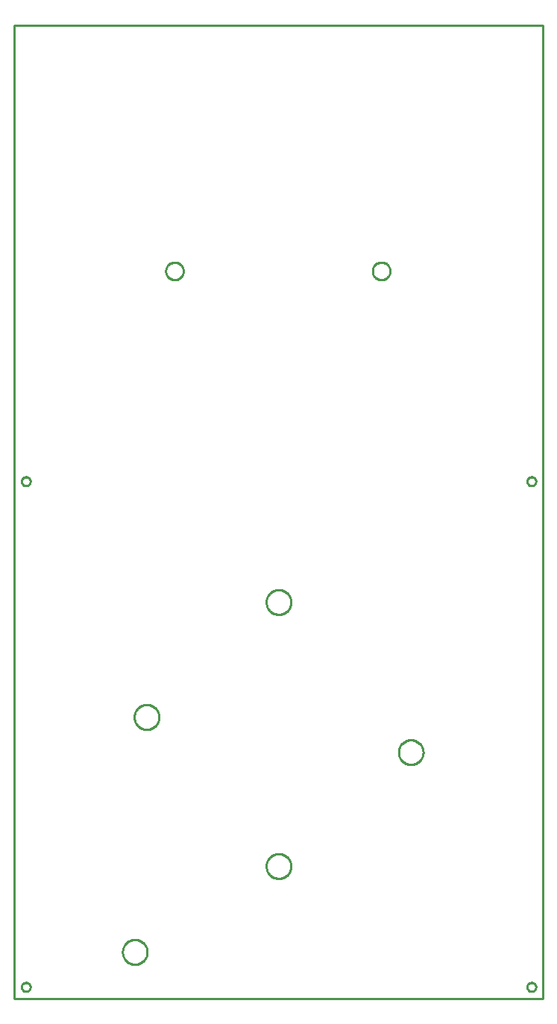
<source format=gbr>
G04 EAGLE Gerber RS-274X export*
G75*
%MOMM*%
%FSLAX34Y34*%
%LPD*%
%IN*%
%IPPOS*%
%AMOC8*
5,1,8,0,0,1.08239X$1,22.5*%
G01*
%ADD10C,0.254000*%


D10*
X0Y0D02*
X600020Y0D01*
X600020Y1105000D01*
X0Y1104800D01*
X0Y0D01*
X150790Y53224D02*
X150719Y54222D01*
X150576Y55211D01*
X150364Y56189D01*
X150082Y57148D01*
X149733Y58085D01*
X149317Y58995D01*
X148838Y59872D01*
X148297Y60714D01*
X147698Y61514D01*
X147043Y62270D01*
X146336Y62977D01*
X145580Y63632D01*
X144780Y64231D01*
X143938Y64772D01*
X143061Y65251D01*
X142151Y65667D01*
X141214Y66016D01*
X140255Y66298D01*
X139277Y66510D01*
X138288Y66653D01*
X137290Y66724D01*
X136290Y66724D01*
X135293Y66653D01*
X134303Y66510D01*
X133326Y66298D01*
X132366Y66016D01*
X131429Y65667D01*
X130519Y65251D01*
X129642Y64772D01*
X128800Y64231D01*
X128000Y63632D01*
X127244Y62977D01*
X126537Y62270D01*
X125882Y61514D01*
X125283Y60714D01*
X124742Y59872D01*
X124263Y58995D01*
X123847Y58085D01*
X123498Y57148D01*
X123216Y56189D01*
X123004Y55211D01*
X122861Y54222D01*
X122790Y53224D01*
X122790Y52224D01*
X122861Y51227D01*
X123004Y50237D01*
X123216Y49260D01*
X123498Y48300D01*
X123847Y47363D01*
X124263Y46453D01*
X124742Y45576D01*
X125283Y44734D01*
X125882Y43934D01*
X126537Y43178D01*
X127244Y42471D01*
X128000Y41816D01*
X128800Y41217D01*
X129642Y40676D01*
X130519Y40197D01*
X131429Y39781D01*
X132366Y39432D01*
X133326Y39150D01*
X134303Y38938D01*
X135293Y38795D01*
X136290Y38724D01*
X137290Y38724D01*
X138288Y38795D01*
X139277Y38938D01*
X140255Y39150D01*
X141214Y39432D01*
X142151Y39781D01*
X143061Y40197D01*
X143938Y40676D01*
X144780Y41217D01*
X145580Y41816D01*
X146336Y42471D01*
X147043Y43178D01*
X147698Y43934D01*
X148297Y44734D01*
X148838Y45576D01*
X149317Y46453D01*
X149733Y47363D01*
X150082Y48300D01*
X150364Y49260D01*
X150576Y50237D01*
X150719Y51227D01*
X150790Y52224D01*
X150790Y53224D01*
X191850Y825368D02*
X191774Y824499D01*
X191622Y823639D01*
X191396Y822795D01*
X191098Y821975D01*
X190729Y821183D01*
X190292Y820427D01*
X189791Y819712D01*
X189230Y819043D01*
X188612Y818425D01*
X187943Y817864D01*
X187228Y817363D01*
X186472Y816926D01*
X185680Y816557D01*
X184860Y816259D01*
X184016Y816033D01*
X183157Y815881D01*
X182287Y815805D01*
X181413Y815805D01*
X180544Y815881D01*
X179684Y816033D01*
X178840Y816259D01*
X178020Y816557D01*
X177228Y816926D01*
X176472Y817363D01*
X175757Y817864D01*
X175088Y818425D01*
X174470Y819043D01*
X173909Y819712D01*
X173408Y820427D01*
X172971Y821183D01*
X172602Y821975D01*
X172304Y822795D01*
X172078Y823639D01*
X171926Y824499D01*
X171850Y825368D01*
X171850Y826242D01*
X171926Y827112D01*
X172078Y827971D01*
X172304Y828815D01*
X172602Y829635D01*
X172971Y830427D01*
X173408Y831183D01*
X173909Y831898D01*
X174470Y832567D01*
X175088Y833185D01*
X175757Y833746D01*
X176472Y834247D01*
X177228Y834684D01*
X178020Y835053D01*
X178840Y835351D01*
X179684Y835577D01*
X180544Y835729D01*
X181413Y835805D01*
X182287Y835805D01*
X183157Y835729D01*
X184016Y835577D01*
X184860Y835351D01*
X185680Y835053D01*
X186472Y834684D01*
X187228Y834247D01*
X187943Y833746D01*
X188612Y833185D01*
X189230Y832567D01*
X189791Y831898D01*
X190292Y831183D01*
X190729Y830427D01*
X191098Y829635D01*
X191396Y828815D01*
X191622Y827971D01*
X191774Y827112D01*
X191850Y826242D01*
X191850Y825368D01*
X426610Y825368D02*
X426534Y824499D01*
X426382Y823639D01*
X426156Y822795D01*
X425858Y821975D01*
X425489Y821183D01*
X425052Y820427D01*
X424551Y819712D01*
X423990Y819043D01*
X423372Y818425D01*
X422703Y817864D01*
X421988Y817363D01*
X421232Y816926D01*
X420440Y816557D01*
X419620Y816259D01*
X418776Y816033D01*
X417917Y815881D01*
X417047Y815805D01*
X416173Y815805D01*
X415304Y815881D01*
X414444Y816033D01*
X413600Y816259D01*
X412780Y816557D01*
X411988Y816926D01*
X411232Y817363D01*
X410517Y817864D01*
X409848Y818425D01*
X409230Y819043D01*
X408669Y819712D01*
X408168Y820427D01*
X407731Y821183D01*
X407362Y821975D01*
X407064Y822795D01*
X406838Y823639D01*
X406686Y824499D01*
X406610Y825368D01*
X406610Y826242D01*
X406686Y827112D01*
X406838Y827971D01*
X407064Y828815D01*
X407362Y829635D01*
X407731Y830427D01*
X408168Y831183D01*
X408669Y831898D01*
X409230Y832567D01*
X409848Y833185D01*
X410517Y833746D01*
X411232Y834247D01*
X411988Y834684D01*
X412780Y835053D01*
X413600Y835351D01*
X414444Y835577D01*
X415304Y835729D01*
X416173Y835805D01*
X417047Y835805D01*
X417917Y835729D01*
X418776Y835577D01*
X419620Y835351D01*
X420440Y835053D01*
X421232Y834684D01*
X421988Y834247D01*
X422703Y833746D01*
X423372Y833185D01*
X423990Y832567D01*
X424551Y831898D01*
X425052Y831183D01*
X425489Y830427D01*
X425858Y829635D01*
X426156Y828815D01*
X426382Y827971D01*
X426534Y827112D01*
X426610Y826242D01*
X426610Y825368D01*
X586799Y582080D02*
X586241Y582143D01*
X585694Y582268D01*
X585164Y582453D01*
X584658Y582697D01*
X584182Y582996D01*
X583743Y583346D01*
X583346Y583743D01*
X582996Y584182D01*
X582697Y584658D01*
X582453Y585164D01*
X582268Y585694D01*
X582143Y586241D01*
X582080Y586799D01*
X582080Y587361D01*
X582143Y587919D01*
X582268Y588466D01*
X582453Y588996D01*
X582697Y589502D01*
X582996Y589978D01*
X583346Y590417D01*
X583743Y590814D01*
X584182Y591164D01*
X584658Y591463D01*
X585164Y591707D01*
X585694Y591892D01*
X586241Y592017D01*
X586799Y592080D01*
X587361Y592080D01*
X587919Y592017D01*
X588466Y591892D01*
X588996Y591707D01*
X589502Y591463D01*
X589978Y591164D01*
X590417Y590814D01*
X590814Y590417D01*
X591164Y589978D01*
X591463Y589502D01*
X591707Y588996D01*
X591892Y588466D01*
X592017Y587919D01*
X592080Y587361D01*
X592080Y586799D01*
X592017Y586241D01*
X591892Y585694D01*
X591707Y585164D01*
X591463Y584658D01*
X591164Y584182D01*
X590814Y583743D01*
X590417Y583346D01*
X589978Y582996D01*
X589502Y582697D01*
X588996Y582453D01*
X588466Y582268D01*
X587919Y582143D01*
X587361Y582080D01*
X586799Y582080D01*
X586799Y8080D02*
X586241Y8143D01*
X585694Y8268D01*
X585164Y8453D01*
X584658Y8697D01*
X584182Y8996D01*
X583743Y9346D01*
X583346Y9743D01*
X582996Y10182D01*
X582697Y10658D01*
X582453Y11164D01*
X582268Y11694D01*
X582143Y12241D01*
X582080Y12799D01*
X582080Y13361D01*
X582143Y13919D01*
X582268Y14466D01*
X582453Y14996D01*
X582697Y15502D01*
X582996Y15978D01*
X583346Y16417D01*
X583743Y16814D01*
X584182Y17164D01*
X584658Y17463D01*
X585164Y17707D01*
X585694Y17892D01*
X586241Y18017D01*
X586799Y18080D01*
X587361Y18080D01*
X587919Y18017D01*
X588466Y17892D01*
X588996Y17707D01*
X589502Y17463D01*
X589978Y17164D01*
X590417Y16814D01*
X590814Y16417D01*
X591164Y15978D01*
X591463Y15502D01*
X591707Y14996D01*
X591892Y14466D01*
X592017Y13919D01*
X592080Y13361D01*
X592080Y12799D01*
X592017Y12241D01*
X591892Y11694D01*
X591707Y11164D01*
X591463Y10658D01*
X591164Y10182D01*
X590814Y9743D01*
X590417Y9346D01*
X589978Y8996D01*
X589502Y8697D01*
X588996Y8453D01*
X588466Y8268D01*
X587919Y8143D01*
X587361Y8080D01*
X586799Y8080D01*
X12799Y582080D02*
X12241Y582143D01*
X11694Y582268D01*
X11164Y582453D01*
X10658Y582697D01*
X10182Y582996D01*
X9743Y583346D01*
X9346Y583743D01*
X8996Y584182D01*
X8697Y584658D01*
X8453Y585164D01*
X8268Y585694D01*
X8143Y586241D01*
X8080Y586799D01*
X8080Y587361D01*
X8143Y587919D01*
X8268Y588466D01*
X8453Y588996D01*
X8697Y589502D01*
X8996Y589978D01*
X9346Y590417D01*
X9743Y590814D01*
X10182Y591164D01*
X10658Y591463D01*
X11164Y591707D01*
X11694Y591892D01*
X12241Y592017D01*
X12799Y592080D01*
X13361Y592080D01*
X13919Y592017D01*
X14466Y591892D01*
X14996Y591707D01*
X15502Y591463D01*
X15978Y591164D01*
X16417Y590814D01*
X16814Y590417D01*
X17164Y589978D01*
X17463Y589502D01*
X17707Y588996D01*
X17892Y588466D01*
X18017Y587919D01*
X18080Y587361D01*
X18080Y586799D01*
X18017Y586241D01*
X17892Y585694D01*
X17707Y585164D01*
X17463Y584658D01*
X17164Y584182D01*
X16814Y583743D01*
X16417Y583346D01*
X15978Y582996D01*
X15502Y582697D01*
X14996Y582453D01*
X14466Y582268D01*
X13919Y582143D01*
X13361Y582080D01*
X12799Y582080D01*
X12799Y8080D02*
X12241Y8143D01*
X11694Y8268D01*
X11164Y8453D01*
X10658Y8697D01*
X10182Y8996D01*
X9743Y9346D01*
X9346Y9743D01*
X8996Y10182D01*
X8697Y10658D01*
X8453Y11164D01*
X8268Y11694D01*
X8143Y12241D01*
X8080Y12799D01*
X8080Y13361D01*
X8143Y13919D01*
X8268Y14466D01*
X8453Y14996D01*
X8697Y15502D01*
X8996Y15978D01*
X9346Y16417D01*
X9743Y16814D01*
X10182Y17164D01*
X10658Y17463D01*
X11164Y17707D01*
X11694Y17892D01*
X12241Y18017D01*
X12799Y18080D01*
X13361Y18080D01*
X13919Y18017D01*
X14466Y17892D01*
X14996Y17707D01*
X15502Y17463D01*
X15978Y17164D01*
X16417Y16814D01*
X16814Y16417D01*
X17164Y15978D01*
X17463Y15502D01*
X17707Y14996D01*
X17892Y14466D01*
X18017Y13919D01*
X18080Y13361D01*
X18080Y12799D01*
X18017Y12241D01*
X17892Y11694D01*
X17707Y11164D01*
X17463Y10658D01*
X17164Y10182D01*
X16814Y9743D01*
X16417Y9346D01*
X15978Y8996D01*
X15502Y8697D01*
X14996Y8453D01*
X14466Y8268D01*
X13919Y8143D01*
X13361Y8080D01*
X12799Y8080D01*
X299567Y435905D02*
X298570Y435976D01*
X297580Y436119D01*
X296603Y436331D01*
X295643Y436613D01*
X294706Y436962D01*
X293796Y437378D01*
X292919Y437857D01*
X292077Y438398D01*
X291277Y438997D01*
X290521Y439652D01*
X289814Y440359D01*
X289159Y441115D01*
X288560Y441915D01*
X288019Y442757D01*
X287540Y443634D01*
X287124Y444544D01*
X286775Y445481D01*
X286493Y446441D01*
X286281Y447418D01*
X286138Y448408D01*
X286067Y449405D01*
X286067Y450405D01*
X286138Y451403D01*
X286281Y452392D01*
X286493Y453370D01*
X286775Y454329D01*
X287124Y455266D01*
X287540Y456176D01*
X288019Y457053D01*
X288560Y457895D01*
X289159Y458695D01*
X289814Y459451D01*
X290521Y460158D01*
X291277Y460813D01*
X292077Y461412D01*
X292919Y461953D01*
X293796Y462432D01*
X294706Y462848D01*
X295643Y463197D01*
X296603Y463479D01*
X297580Y463691D01*
X298570Y463834D01*
X299567Y463905D01*
X300567Y463905D01*
X301565Y463834D01*
X302554Y463691D01*
X303532Y463479D01*
X304491Y463197D01*
X305428Y462848D01*
X306338Y462432D01*
X307215Y461953D01*
X308057Y461412D01*
X308857Y460813D01*
X309613Y460158D01*
X310320Y459451D01*
X310975Y458695D01*
X311574Y457895D01*
X312115Y457053D01*
X312594Y456176D01*
X313010Y455266D01*
X313359Y454329D01*
X313641Y453370D01*
X313853Y452392D01*
X313996Y451403D01*
X314067Y450405D01*
X314067Y449405D01*
X313996Y448408D01*
X313853Y447418D01*
X313641Y446441D01*
X313359Y445481D01*
X313010Y444544D01*
X312594Y443634D01*
X312115Y442757D01*
X311574Y441915D01*
X310975Y441115D01*
X310320Y440359D01*
X309613Y439652D01*
X308857Y438997D01*
X308057Y438398D01*
X307215Y437857D01*
X306338Y437378D01*
X305428Y436962D01*
X304491Y436613D01*
X303532Y436331D01*
X302554Y436119D01*
X301565Y435976D01*
X300567Y435905D01*
X299567Y435905D01*
X299567Y136185D02*
X298570Y136256D01*
X297580Y136399D01*
X296603Y136611D01*
X295643Y136893D01*
X294706Y137242D01*
X293796Y137658D01*
X292919Y138137D01*
X292077Y138678D01*
X291277Y139277D01*
X290521Y139932D01*
X289814Y140639D01*
X289159Y141395D01*
X288560Y142195D01*
X288019Y143037D01*
X287540Y143914D01*
X287124Y144824D01*
X286775Y145761D01*
X286493Y146721D01*
X286281Y147698D01*
X286138Y148688D01*
X286067Y149685D01*
X286067Y150685D01*
X286138Y151683D01*
X286281Y152672D01*
X286493Y153650D01*
X286775Y154609D01*
X287124Y155546D01*
X287540Y156456D01*
X288019Y157333D01*
X288560Y158175D01*
X289159Y158975D01*
X289814Y159731D01*
X290521Y160438D01*
X291277Y161093D01*
X292077Y161692D01*
X292919Y162233D01*
X293796Y162712D01*
X294706Y163128D01*
X295643Y163477D01*
X296603Y163759D01*
X297580Y163971D01*
X298570Y164114D01*
X299567Y164185D01*
X300567Y164185D01*
X301565Y164114D01*
X302554Y163971D01*
X303532Y163759D01*
X304491Y163477D01*
X305428Y163128D01*
X306338Y162712D01*
X307215Y162233D01*
X308057Y161692D01*
X308857Y161093D01*
X309613Y160438D01*
X310320Y159731D01*
X310975Y158975D01*
X311574Y158175D01*
X312115Y157333D01*
X312594Y156456D01*
X313010Y155546D01*
X313359Y154609D01*
X313641Y153650D01*
X313853Y152672D01*
X313996Y151683D01*
X314067Y150685D01*
X314067Y149685D01*
X313996Y148688D01*
X313853Y147698D01*
X313641Y146721D01*
X313359Y145761D01*
X313010Y144824D01*
X312594Y143914D01*
X312115Y143037D01*
X311574Y142195D01*
X310975Y141395D01*
X310320Y140639D01*
X309613Y139932D01*
X308857Y139277D01*
X308057Y138678D01*
X307215Y138137D01*
X306338Y137658D01*
X305428Y137242D01*
X304491Y136893D01*
X303532Y136611D01*
X302554Y136399D01*
X301565Y136256D01*
X300567Y136185D01*
X299567Y136185D01*
X449707Y265445D02*
X448710Y265516D01*
X447720Y265659D01*
X446743Y265871D01*
X445783Y266153D01*
X444846Y266502D01*
X443936Y266918D01*
X443059Y267397D01*
X442217Y267938D01*
X441417Y268537D01*
X440661Y269192D01*
X439954Y269899D01*
X439299Y270655D01*
X438700Y271455D01*
X438159Y272297D01*
X437680Y273174D01*
X437264Y274084D01*
X436915Y275021D01*
X436633Y275981D01*
X436421Y276958D01*
X436278Y277948D01*
X436207Y278945D01*
X436207Y279945D01*
X436278Y280943D01*
X436421Y281932D01*
X436633Y282910D01*
X436915Y283869D01*
X437264Y284806D01*
X437680Y285716D01*
X438159Y286593D01*
X438700Y287435D01*
X439299Y288235D01*
X439954Y288991D01*
X440661Y289698D01*
X441417Y290353D01*
X442217Y290952D01*
X443059Y291493D01*
X443936Y291972D01*
X444846Y292388D01*
X445783Y292737D01*
X446743Y293019D01*
X447720Y293231D01*
X448710Y293374D01*
X449707Y293445D01*
X450707Y293445D01*
X451705Y293374D01*
X452694Y293231D01*
X453672Y293019D01*
X454631Y292737D01*
X455568Y292388D01*
X456478Y291972D01*
X457355Y291493D01*
X458197Y290952D01*
X458997Y290353D01*
X459753Y289698D01*
X460460Y288991D01*
X461115Y288235D01*
X461714Y287435D01*
X462255Y286593D01*
X462734Y285716D01*
X463150Y284806D01*
X463499Y283869D01*
X463781Y282910D01*
X463993Y281932D01*
X464136Y280943D01*
X464207Y279945D01*
X464207Y278945D01*
X464136Y277948D01*
X463993Y276958D01*
X463781Y275981D01*
X463499Y275021D01*
X463150Y274084D01*
X462734Y273174D01*
X462255Y272297D01*
X461714Y271455D01*
X461115Y270655D01*
X460460Y269899D01*
X459753Y269192D01*
X458997Y268537D01*
X458197Y267938D01*
X457355Y267397D01*
X456478Y266918D01*
X455568Y266502D01*
X454631Y266153D01*
X453672Y265871D01*
X452694Y265659D01*
X451705Y265516D01*
X450707Y265445D01*
X449707Y265445D01*
X149707Y305445D02*
X148710Y305516D01*
X147720Y305659D01*
X146743Y305871D01*
X145783Y306153D01*
X144846Y306502D01*
X143936Y306918D01*
X143059Y307397D01*
X142217Y307938D01*
X141417Y308537D01*
X140661Y309192D01*
X139954Y309899D01*
X139299Y310655D01*
X138700Y311455D01*
X138159Y312297D01*
X137680Y313174D01*
X137264Y314084D01*
X136915Y315021D01*
X136633Y315981D01*
X136421Y316958D01*
X136278Y317948D01*
X136207Y318945D01*
X136207Y319945D01*
X136278Y320943D01*
X136421Y321932D01*
X136633Y322910D01*
X136915Y323869D01*
X137264Y324806D01*
X137680Y325716D01*
X138159Y326593D01*
X138700Y327435D01*
X139299Y328235D01*
X139954Y328991D01*
X140661Y329698D01*
X141417Y330353D01*
X142217Y330952D01*
X143059Y331493D01*
X143936Y331972D01*
X144846Y332388D01*
X145783Y332737D01*
X146743Y333019D01*
X147720Y333231D01*
X148710Y333374D01*
X149707Y333445D01*
X150707Y333445D01*
X151705Y333374D01*
X152694Y333231D01*
X153672Y333019D01*
X154631Y332737D01*
X155568Y332388D01*
X156478Y331972D01*
X157355Y331493D01*
X158197Y330952D01*
X158997Y330353D01*
X159753Y329698D01*
X160460Y328991D01*
X161115Y328235D01*
X161714Y327435D01*
X162255Y326593D01*
X162734Y325716D01*
X163150Y324806D01*
X163499Y323869D01*
X163781Y322910D01*
X163993Y321932D01*
X164136Y320943D01*
X164207Y319945D01*
X164207Y318945D01*
X164136Y317948D01*
X163993Y316958D01*
X163781Y315981D01*
X163499Y315021D01*
X163150Y314084D01*
X162734Y313174D01*
X162255Y312297D01*
X161714Y311455D01*
X161115Y310655D01*
X160460Y309899D01*
X159753Y309192D01*
X158997Y308537D01*
X158197Y307938D01*
X157355Y307397D01*
X156478Y306918D01*
X155568Y306502D01*
X154631Y306153D01*
X153672Y305871D01*
X152694Y305659D01*
X151705Y305516D01*
X150707Y305445D01*
X149707Y305445D01*
M02*

</source>
